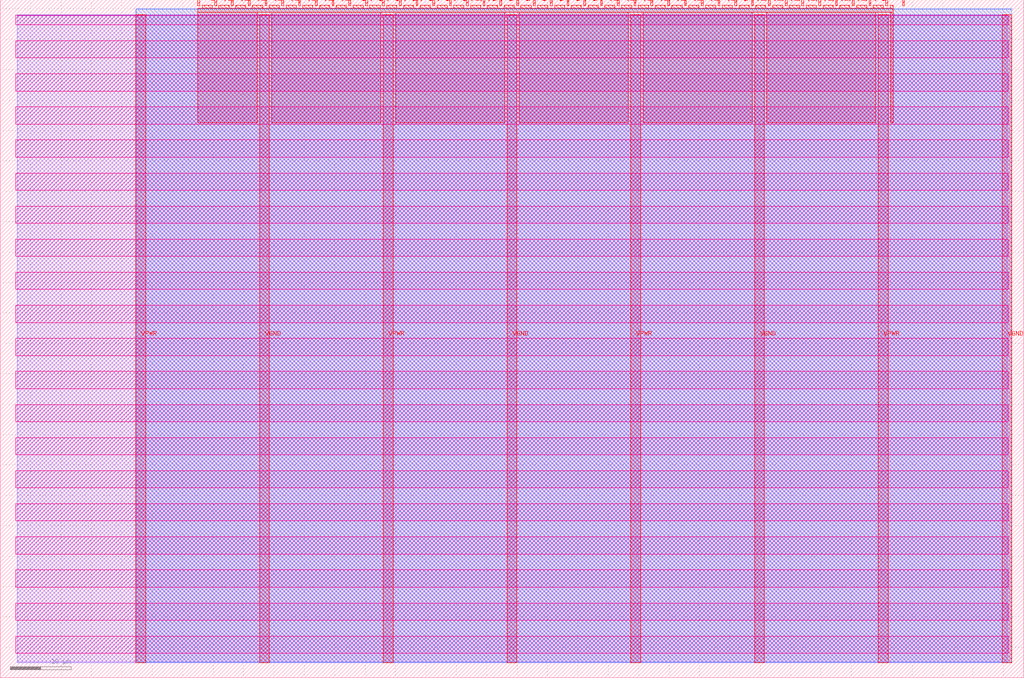
<source format=lef>
VERSION 5.7 ;
  NOWIREEXTENSIONATPIN ON ;
  DIVIDERCHAR "/" ;
  BUSBITCHARS "[]" ;
MACRO tt_um_SNN
  CLASS BLOCK ;
  FOREIGN tt_um_SNN ;
  ORIGIN 0.000 0.000 ;
  SIZE 168.360 BY 111.520 ;
  PIN VGND
    DIRECTION INOUT ;
    USE GROUND ;
    PORT
      LAYER met4 ;
        RECT 42.670 2.480 44.270 109.040 ;
    END
    PORT
      LAYER met4 ;
        RECT 83.380 2.480 84.980 109.040 ;
    END
    PORT
      LAYER met4 ;
        RECT 124.090 2.480 125.690 109.040 ;
    END
    PORT
      LAYER met4 ;
        RECT 164.800 2.480 166.400 109.040 ;
    END
  END VGND
  PIN VPWR
    DIRECTION INOUT ;
    USE POWER ;
    PORT
      LAYER met4 ;
        RECT 22.315 2.480 23.915 109.040 ;
    END
    PORT
      LAYER met4 ;
        RECT 63.025 2.480 64.625 109.040 ;
    END
    PORT
      LAYER met4 ;
        RECT 103.735 2.480 105.335 109.040 ;
    END
    PORT
      LAYER met4 ;
        RECT 144.445 2.480 146.045 109.040 ;
    END
  END VPWR
  PIN clk
    DIRECTION INPUT ;
    USE SIGNAL ;
    ANTENNAGATEAREA 0.852000 ;
    PORT
      LAYER met4 ;
        RECT 145.670 110.520 145.970 111.520 ;
    END
  END clk
  PIN ena
    DIRECTION INPUT ;
    USE SIGNAL ;
    PORT
      LAYER met4 ;
        RECT 148.430 110.520 148.730 111.520 ;
    END
  END ena
  PIN rst_n
    DIRECTION INPUT ;
    USE SIGNAL ;
    PORT
      LAYER met4 ;
        RECT 142.910 110.520 143.210 111.520 ;
    END
  END rst_n
  PIN ui_in[0]
    DIRECTION INPUT ;
    USE SIGNAL ;
    ANTENNAGATEAREA 0.159000 ;
    PORT
      LAYER met4 ;
        RECT 140.150 110.520 140.450 111.520 ;
    END
  END ui_in[0]
  PIN ui_in[1]
    DIRECTION INPUT ;
    USE SIGNAL ;
    ANTENNAGATEAREA 0.196500 ;
    PORT
      LAYER met4 ;
        RECT 137.390 110.520 137.690 111.520 ;
    END
  END ui_in[1]
  PIN ui_in[2]
    DIRECTION INPUT ;
    USE SIGNAL ;
    ANTENNAGATEAREA 0.213000 ;
    PORT
      LAYER met4 ;
        RECT 134.630 110.520 134.930 111.520 ;
    END
  END ui_in[2]
  PIN ui_in[3]
    DIRECTION INPUT ;
    USE SIGNAL ;
    PORT
      LAYER met4 ;
        RECT 131.870 110.520 132.170 111.520 ;
    END
  END ui_in[3]
  PIN ui_in[4]
    DIRECTION INPUT ;
    USE SIGNAL ;
    PORT
      LAYER met4 ;
        RECT 129.110 110.520 129.410 111.520 ;
    END
  END ui_in[4]
  PIN ui_in[5]
    DIRECTION INPUT ;
    USE SIGNAL ;
    PORT
      LAYER met4 ;
        RECT 126.350 110.520 126.650 111.520 ;
    END
  END ui_in[5]
  PIN ui_in[6]
    DIRECTION INPUT ;
    USE SIGNAL ;
    PORT
      LAYER met4 ;
        RECT 123.590 110.520 123.890 111.520 ;
    END
  END ui_in[6]
  PIN ui_in[7]
    DIRECTION INPUT ;
    USE SIGNAL ;
    PORT
      LAYER met4 ;
        RECT 120.830 110.520 121.130 111.520 ;
    END
  END ui_in[7]
  PIN uio_in[0]
    DIRECTION INPUT ;
    USE SIGNAL ;
    PORT
      LAYER met4 ;
        RECT 118.070 110.520 118.370 111.520 ;
    END
  END uio_in[0]
  PIN uio_in[1]
    DIRECTION INPUT ;
    USE SIGNAL ;
    PORT
      LAYER met4 ;
        RECT 115.310 110.520 115.610 111.520 ;
    END
  END uio_in[1]
  PIN uio_in[2]
    DIRECTION INPUT ;
    USE SIGNAL ;
    PORT
      LAYER met4 ;
        RECT 112.550 110.520 112.850 111.520 ;
    END
  END uio_in[2]
  PIN uio_in[3]
    DIRECTION INPUT ;
    USE SIGNAL ;
    PORT
      LAYER met4 ;
        RECT 109.790 110.520 110.090 111.520 ;
    END
  END uio_in[3]
  PIN uio_in[4]
    DIRECTION INPUT ;
    USE SIGNAL ;
    PORT
      LAYER met4 ;
        RECT 107.030 110.520 107.330 111.520 ;
    END
  END uio_in[4]
  PIN uio_in[5]
    DIRECTION INPUT ;
    USE SIGNAL ;
    PORT
      LAYER met4 ;
        RECT 104.270 110.520 104.570 111.520 ;
    END
  END uio_in[5]
  PIN uio_in[6]
    DIRECTION INPUT ;
    USE SIGNAL ;
    PORT
      LAYER met4 ;
        RECT 101.510 110.520 101.810 111.520 ;
    END
  END uio_in[6]
  PIN uio_in[7]
    DIRECTION INPUT ;
    USE SIGNAL ;
    PORT
      LAYER met4 ;
        RECT 98.750 110.520 99.050 111.520 ;
    END
  END uio_in[7]
  PIN uio_oe[0]
    DIRECTION OUTPUT TRISTATE ;
    USE SIGNAL ;
    PORT
      LAYER met4 ;
        RECT 51.830 110.520 52.130 111.520 ;
    END
  END uio_oe[0]
  PIN uio_oe[1]
    DIRECTION OUTPUT TRISTATE ;
    USE SIGNAL ;
    PORT
      LAYER met4 ;
        RECT 49.070 110.520 49.370 111.520 ;
    END
  END uio_oe[1]
  PIN uio_oe[2]
    DIRECTION OUTPUT TRISTATE ;
    USE SIGNAL ;
    PORT
      LAYER met4 ;
        RECT 46.310 110.520 46.610 111.520 ;
    END
  END uio_oe[2]
  PIN uio_oe[3]
    DIRECTION OUTPUT TRISTATE ;
    USE SIGNAL ;
    PORT
      LAYER met4 ;
        RECT 43.550 110.520 43.850 111.520 ;
    END
  END uio_oe[3]
  PIN uio_oe[4]
    DIRECTION OUTPUT TRISTATE ;
    USE SIGNAL ;
    PORT
      LAYER met4 ;
        RECT 40.790 110.520 41.090 111.520 ;
    END
  END uio_oe[4]
  PIN uio_oe[5]
    DIRECTION OUTPUT TRISTATE ;
    USE SIGNAL ;
    PORT
      LAYER met4 ;
        RECT 38.030 110.520 38.330 111.520 ;
    END
  END uio_oe[5]
  PIN uio_oe[6]
    DIRECTION OUTPUT TRISTATE ;
    USE SIGNAL ;
    PORT
      LAYER met4 ;
        RECT 35.270 110.520 35.570 111.520 ;
    END
  END uio_oe[6]
  PIN uio_oe[7]
    DIRECTION OUTPUT TRISTATE ;
    USE SIGNAL ;
    PORT
      LAYER met4 ;
        RECT 32.510 110.520 32.810 111.520 ;
    END
  END uio_oe[7]
  PIN uio_out[0]
    DIRECTION OUTPUT TRISTATE ;
    USE SIGNAL ;
    PORT
      LAYER met4 ;
        RECT 73.910 110.520 74.210 111.520 ;
    END
  END uio_out[0]
  PIN uio_out[1]
    DIRECTION OUTPUT TRISTATE ;
    USE SIGNAL ;
    PORT
      LAYER met4 ;
        RECT 71.150 110.520 71.450 111.520 ;
    END
  END uio_out[1]
  PIN uio_out[2]
    DIRECTION OUTPUT TRISTATE ;
    USE SIGNAL ;
    PORT
      LAYER met4 ;
        RECT 68.390 110.520 68.690 111.520 ;
    END
  END uio_out[2]
  PIN uio_out[3]
    DIRECTION OUTPUT TRISTATE ;
    USE SIGNAL ;
    PORT
      LAYER met4 ;
        RECT 65.630 110.520 65.930 111.520 ;
    END
  END uio_out[3]
  PIN uio_out[4]
    DIRECTION OUTPUT TRISTATE ;
    USE SIGNAL ;
    PORT
      LAYER met4 ;
        RECT 62.870 110.520 63.170 111.520 ;
    END
  END uio_out[4]
  PIN uio_out[5]
    DIRECTION OUTPUT TRISTATE ;
    USE SIGNAL ;
    PORT
      LAYER met4 ;
        RECT 60.110 110.520 60.410 111.520 ;
    END
  END uio_out[5]
  PIN uio_out[6]
    DIRECTION OUTPUT TRISTATE ;
    USE SIGNAL ;
    PORT
      LAYER met4 ;
        RECT 57.350 110.520 57.650 111.520 ;
    END
  END uio_out[6]
  PIN uio_out[7]
    DIRECTION OUTPUT TRISTATE ;
    USE SIGNAL ;
    PORT
      LAYER met4 ;
        RECT 54.590 110.520 54.890 111.520 ;
    END
  END uio_out[7]
  PIN uo_out[0]
    DIRECTION OUTPUT TRISTATE ;
    USE SIGNAL ;
    ANTENNADIFFAREA 0.445500 ;
    PORT
      LAYER met4 ;
        RECT 95.990 110.520 96.290 111.520 ;
    END
  END uo_out[0]
  PIN uo_out[1]
    DIRECTION OUTPUT TRISTATE ;
    USE SIGNAL ;
    ANTENNADIFFAREA 0.795200 ;
    PORT
      LAYER met4 ;
        RECT 93.230 110.520 93.530 111.520 ;
    END
  END uo_out[1]
  PIN uo_out[2]
    DIRECTION OUTPUT TRISTATE ;
    USE SIGNAL ;
    PORT
      LAYER met4 ;
        RECT 90.470 110.520 90.770 111.520 ;
    END
  END uo_out[2]
  PIN uo_out[3]
    DIRECTION OUTPUT TRISTATE ;
    USE SIGNAL ;
    PORT
      LAYER met4 ;
        RECT 87.710 110.520 88.010 111.520 ;
    END
  END uo_out[3]
  PIN uo_out[4]
    DIRECTION OUTPUT TRISTATE ;
    USE SIGNAL ;
    PORT
      LAYER met4 ;
        RECT 84.950 110.520 85.250 111.520 ;
    END
  END uo_out[4]
  PIN uo_out[5]
    DIRECTION OUTPUT TRISTATE ;
    USE SIGNAL ;
    PORT
      LAYER met4 ;
        RECT 82.190 110.520 82.490 111.520 ;
    END
  END uo_out[5]
  PIN uo_out[6]
    DIRECTION OUTPUT TRISTATE ;
    USE SIGNAL ;
    PORT
      LAYER met4 ;
        RECT 79.430 110.520 79.730 111.520 ;
    END
  END uo_out[6]
  PIN uo_out[7]
    DIRECTION OUTPUT TRISTATE ;
    USE SIGNAL ;
    PORT
      LAYER met4 ;
        RECT 76.670 110.520 76.970 111.520 ;
    END
  END uo_out[7]
  OBS
      LAYER nwell ;
        RECT 2.570 107.385 165.790 108.990 ;
        RECT 2.570 101.945 165.790 104.775 ;
        RECT 2.570 96.505 165.790 99.335 ;
        RECT 2.570 91.065 165.790 93.895 ;
        RECT 2.570 85.625 165.790 88.455 ;
        RECT 2.570 80.185 165.790 83.015 ;
        RECT 2.570 74.745 165.790 77.575 ;
        RECT 2.570 69.305 165.790 72.135 ;
        RECT 2.570 63.865 165.790 66.695 ;
        RECT 2.570 58.425 165.790 61.255 ;
        RECT 2.570 52.985 165.790 55.815 ;
        RECT 2.570 47.545 165.790 50.375 ;
        RECT 2.570 42.105 165.790 44.935 ;
        RECT 2.570 36.665 165.790 39.495 ;
        RECT 2.570 31.225 165.790 34.055 ;
        RECT 2.570 25.785 165.790 28.615 ;
        RECT 2.570 20.345 165.790 23.175 ;
        RECT 2.570 14.905 165.790 17.735 ;
        RECT 2.570 9.465 165.790 12.295 ;
        RECT 2.570 4.025 165.790 6.855 ;
      LAYER li1 ;
        RECT 2.760 2.635 165.600 108.885 ;
      LAYER met1 ;
        RECT 2.760 2.480 166.400 109.040 ;
      LAYER met2 ;
        RECT 22.345 2.535 166.370 110.005 ;
      LAYER met3 ;
        RECT 22.325 2.555 166.390 109.985 ;
      LAYER met4 ;
        RECT 33.210 110.120 34.870 110.650 ;
        RECT 35.970 110.120 37.630 110.650 ;
        RECT 38.730 110.120 40.390 110.650 ;
        RECT 41.490 110.120 43.150 110.650 ;
        RECT 44.250 110.120 45.910 110.650 ;
        RECT 47.010 110.120 48.670 110.650 ;
        RECT 49.770 110.120 51.430 110.650 ;
        RECT 52.530 110.120 54.190 110.650 ;
        RECT 55.290 110.120 56.950 110.650 ;
        RECT 58.050 110.120 59.710 110.650 ;
        RECT 60.810 110.120 62.470 110.650 ;
        RECT 63.570 110.120 65.230 110.650 ;
        RECT 66.330 110.120 67.990 110.650 ;
        RECT 69.090 110.120 70.750 110.650 ;
        RECT 71.850 110.120 73.510 110.650 ;
        RECT 74.610 110.120 76.270 110.650 ;
        RECT 77.370 110.120 79.030 110.650 ;
        RECT 80.130 110.120 81.790 110.650 ;
        RECT 82.890 110.120 84.550 110.650 ;
        RECT 85.650 110.120 87.310 110.650 ;
        RECT 88.410 110.120 90.070 110.650 ;
        RECT 91.170 110.120 92.830 110.650 ;
        RECT 93.930 110.120 95.590 110.650 ;
        RECT 96.690 110.120 98.350 110.650 ;
        RECT 99.450 110.120 101.110 110.650 ;
        RECT 102.210 110.120 103.870 110.650 ;
        RECT 104.970 110.120 106.630 110.650 ;
        RECT 107.730 110.120 109.390 110.650 ;
        RECT 110.490 110.120 112.150 110.650 ;
        RECT 113.250 110.120 114.910 110.650 ;
        RECT 116.010 110.120 117.670 110.650 ;
        RECT 118.770 110.120 120.430 110.650 ;
        RECT 121.530 110.120 123.190 110.650 ;
        RECT 124.290 110.120 125.950 110.650 ;
        RECT 127.050 110.120 128.710 110.650 ;
        RECT 129.810 110.120 131.470 110.650 ;
        RECT 132.570 110.120 134.230 110.650 ;
        RECT 135.330 110.120 136.990 110.650 ;
        RECT 138.090 110.120 139.750 110.650 ;
        RECT 140.850 110.120 142.510 110.650 ;
        RECT 143.610 110.120 145.270 110.650 ;
        RECT 146.370 110.120 146.905 110.650 ;
        RECT 32.495 109.440 146.905 110.120 ;
        RECT 32.495 91.295 42.270 109.440 ;
        RECT 44.670 91.295 62.625 109.440 ;
        RECT 65.025 91.295 82.980 109.440 ;
        RECT 85.380 91.295 103.335 109.440 ;
        RECT 105.735 91.295 123.690 109.440 ;
        RECT 126.090 91.295 144.045 109.440 ;
        RECT 146.445 91.295 146.905 109.440 ;
  END
END tt_um_SNN
END LIBRARY


</source>
